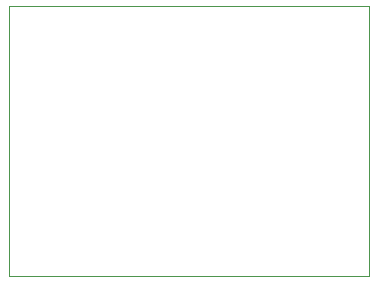
<source format=gko>
G75*
%MOIN*%
%OFA0B0*%
%FSLAX25Y25*%
%IPPOS*%
%LPD*%
%AMOC8*
5,1,8,0,0,1.08239X$1,22.5*
%
%ADD10C,0.00000*%
D10*
X0047627Y0030337D02*
X0047627Y0120337D01*
X0167627Y0120337D01*
X0167627Y0030337D01*
X0047627Y0030337D01*
M02*

</source>
